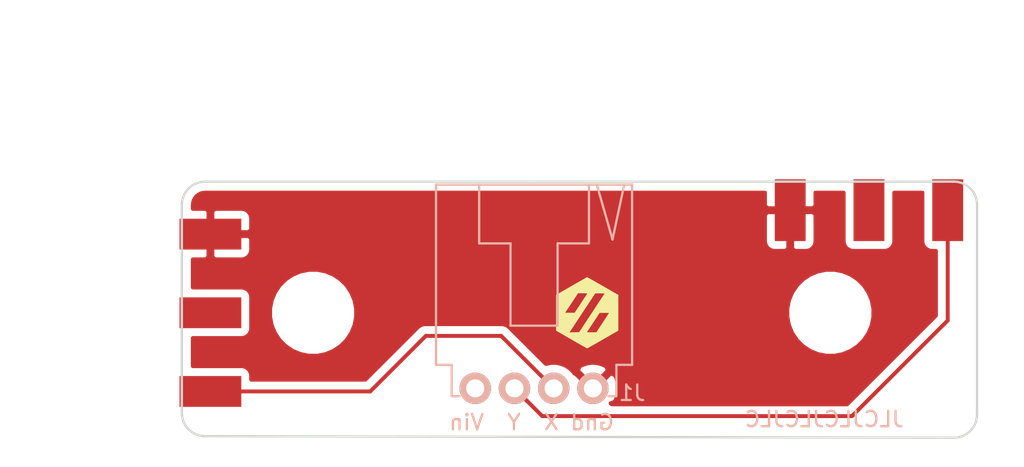
<source format=kicad_pcb>
(kicad_pcb (version 20171130) (host pcbnew "(5.1.6)-1")

  (general
    (thickness 1.6)
    (drawings 10)
    (tracks 10)
    (zones 0)
    (modules 6)
    (nets 5)
  )

  (page A4)
  (title_block
    (title "X-Y Endstop")
    (date 2017-11-09)
    (rev A)
    (comment 3 " CARLOS RUIZ")
    (comment 4 " MAKSIM ZOLIN")
  )

  (layers
    (0 F.Cu signal)
    (31 B.Cu signal)
    (32 B.Adhes user)
    (33 F.Adhes user)
    (34 B.Paste user)
    (35 F.Paste user)
    (36 B.SilkS user)
    (37 F.SilkS user)
    (38 B.Mask user)
    (39 F.Mask user)
    (40 Dwgs.User user)
    (41 Cmts.User user)
    (42 Eco1.User user)
    (43 Eco2.User user)
    (44 Edge.Cuts user)
    (45 Margin user)
    (46 B.CrtYd user)
    (47 F.CrtYd user)
    (48 B.Fab user)
    (49 F.Fab user)
  )

  (setup
    (last_trace_width 0.254)
    (trace_clearance 0.1778)
    (zone_clearance 0.508)
    (zone_45_only no)
    (trace_min 0.2)
    (via_size 0.6)
    (via_drill 0.4)
    (via_min_size 0.4)
    (via_min_drill 0.3)
    (uvia_size 0.3)
    (uvia_drill 0.1)
    (uvias_allowed no)
    (uvia_min_size 0.2)
    (uvia_min_drill 0.1)
    (edge_width 0.15)
    (segment_width 0.2)
    (pcb_text_width 0.3)
    (pcb_text_size 1.5 1.5)
    (mod_edge_width 0.15)
    (mod_text_size 1 1)
    (mod_text_width 0.15)
    (pad_size 3.2 3.2)
    (pad_drill 3.2)
    (pad_to_mask_clearance 0.2)
    (aux_axis_origin 124.87 104.8)
    (grid_origin 142.6 107.9)
    (visible_elements 7FFFFFFF)
    (pcbplotparams
      (layerselection 0x010f0_ffffffff)
      (usegerberextensions false)
      (usegerberattributes false)
      (usegerberadvancedattributes false)
      (creategerberjobfile false)
      (excludeedgelayer true)
      (linewidth 0.100000)
      (plotframeref false)
      (viasonmask false)
      (mode 1)
      (useauxorigin false)
      (hpglpennumber 1)
      (hpglpenspeed 20)
      (hpglpendiameter 15.000000)
      (psnegative false)
      (psa4output false)
      (plotreference true)
      (plotvalue true)
      (plotinvisibletext false)
      (padsonsilk false)
      (subtractmaskfromsilk false)
      (outputformat 1)
      (mirror false)
      (drillshape 0)
      (scaleselection 1)
      (outputdirectory "../Gerbers/"))
  )

  (net 0 "")
  (net 1 GND)
  (net 2 +5V)
  (net 3 Y_SIG)
  (net 4 X_SIG)

  (net_class Default "This is the default net class."
    (clearance 0.1778)
    (trace_width 0.254)
    (via_dia 0.6)
    (via_drill 0.4)
    (uvia_dia 0.3)
    (uvia_drill 0.1)
    (add_net +5V)
    (add_net GND)
    (add_net X_SIG)
    (add_net Y_SIG)
  )

  (net_class power ""
    (clearance 0.2032)
    (trace_width 0.508)
    (via_dia 0.6)
    (via_drill 0.4)
    (uvia_dia 0.3)
    (uvia_drill 0.1)
  )

  (module Microswitch:D2F-L (layer F.Cu) (tedit 5F2D72B8) (tstamp 5F2B8D66)
    (at 119.25 67.9 90)
    (fp_text reference REF** (at 6.8 -5.5 90) (layer F.SilkS) hide
      (effects (font (size 1 1) (thickness 0.15)))
    )
    (fp_text value D2F-L (at 6.3 2.1 90) (layer F.Fab)
      (effects (font (size 1 1) (thickness 0.15)))
    )
    (fp_line (start 12.215123 6.121648) (end 10.615123 6.121648) (layer Dwgs.User) (width 0.1))
    (fp_line (start 8.515122 6.521648) (end 8.315122 6.121647) (layer Dwgs.User) (width 0.1))
    (fp_line (start 6.865124 6.421647) (end 6.865124 8.255277) (layer Dwgs.User) (width 0.1))
    (fp_line (start 11.045123 6.421647) (end 10.875123 6.421647) (layer Dwgs.User) (width 0.1))
    (fp_line (start 5.965123 6.421647) (end 5.965123 8.255278) (layer Dwgs.User) (width 0.1))
    (fp_line (start 0.615125 6.121647) (end 0.515125 6.521648) (layer Dwgs.User) (width 0.1))
    (fp_line (start 12.815123 6.521649) (end 12.315123 6.521649) (layer Dwgs.User) (width 0.1))
    (fp_line (start 5.965123 6.421647) (end 5.765122 6.421647) (layer Dwgs.User) (width 0.1))
    (fp_line (start 12.815123 3.62165) (end 12.815123 6.521649) (layer Dwgs.User) (width 0.1))
    (fp_line (start 0.015124 3.62165) (end 0.015124 6.521649) (layer Dwgs.User) (width 0.1))
    (fp_line (start 12.765123 0.22165) (end 12.765123 3.62165) (layer Dwgs.User) (width 0.1))
    (fp_line (start 7.065123 6.421647) (end 6.865124 6.421647) (layer Dwgs.User) (width 0.1))
    (fp_line (start 11.945123 9.188015) (end 11.945123 9.883085) (layer Dwgs.User) (width 0.1))
    (fp_line (start 0.885124 9.188014) (end 0.885124 9.883085) (layer Dwgs.User) (width 0.1))
    (fp_circle (center 3.165124 5.021649) (end 4.165124 5.021649) (layer Dwgs.User) (width 0.1))
    (fp_line (start 11.045123 6.421647) (end 11.045123 8.255278) (layer Dwgs.User) (width 0.1))
    (fp_line (start 8.315122 6.121648) (end 4.515122 6.121648) (layer Dwgs.User) (width 0.1))
    (fp_line (start 2.215124 6.121648) (end 0.615125 6.121648) (layer Dwgs.User) (width 0.1))
    (fp_line (start 1.785125 9.188015) (end 1.785125 9.883084) (layer Dwgs.User) (width 0.1))
    (fp_line (start 12.215122 6.121647) (end 12.315122 6.521648) (layer Dwgs.User) (width 0.1))
    (fp_line (start 4.315122 6.521649) (end 4.515122 6.121648) (layer Dwgs.User) (width 0.1))
    (fp_line (start 11.045123 9.188014) (end 11.045123 9.883084) (layer Dwgs.User) (width 0.1))
    (fp_line (start 12.565122 0.021649) (end 0.265125 0.021649) (layer Dwgs.User) (width 0.1))
    (fp_line (start 0.515125 6.521649) (end 0.015124 6.521649) (layer Dwgs.User) (width 0.1))
    (fp_line (start 0.885124 6.121648) (end 0.885124 8.255278) (layer Dwgs.User) (width 0.1))
    (fp_line (start 0.137049 -4.978368) (end 0.029182 -4.698428) (layer Dwgs.User) (width 0.1))
    (fp_line (start 5.765122 6.121648) (end 5.765122 6.421647) (layer Dwgs.User) (width 0.1))
    (fp_line (start 4.315121 6.521649) (end 2.415124 6.521649) (layer Dwgs.User) (width 0.1))
    (fp_line (start 10.875123 6.121648) (end 10.875123 6.421647) (layer Dwgs.User) (width 0.1))
    (fp_line (start 11.430586 -0.305246) (end 0.029208 -4.698416) (layer Dwgs.User) (width 0.1))
    (fp_line (start 10.12338 4.021649) (end 9.206867 4.021649) (layer Dwgs.User) (width 0.1))
    (fp_line (start 7.765123 -0.84343) (end 7.765123 0.021649) (layer Dwgs.User) (width 0.1))
    (fp_line (start 11.945123 6.121648) (end 11.945123 8.255277) (layer Dwgs.User) (width 0.1))
    (fp_line (start 1.955125 6.421647) (end 1.785125 6.421647) (layer Dwgs.User) (width 0.1))
    (fp_line (start 1.785125 6.421647) (end 1.785125 8.255277) (layer Dwgs.User) (width 0.1))
    (fp_line (start 6.865124 9.188015) (end 6.865124 9.883085) (layer Dwgs.User) (width 0.1))
    (fp_line (start 5.965123 9.188014) (end 5.965123 9.883084) (layer Dwgs.User) (width 0.1))
    (fp_line (start 10.415123 6.521649) (end 8.515122 6.521649) (layer Dwgs.User) (width 0.1))
    (fp_line (start 1.955125 6.121648) (end 1.955125 6.421647) (layer Dwgs.User) (width 0.1))
    (fp_line (start 2.215124 6.121648) (end 2.415124 6.521648) (layer Dwgs.User) (width 0.1))
    (fp_line (start 10.12338 6.021649) (end 9.206867 6.021649) (layer Dwgs.User) (width 0.1))
    (fp_line (start 0.065124 0.22165) (end 0.065124 3.62165) (layer Dwgs.User) (width 0.1))
    (fp_line (start 7.065123 6.121648) (end 7.065123 6.421647) (layer Dwgs.User) (width 0.1))
    (fp_line (start 8.965123 -0.84343) (end 8.965123 0.021649) (layer Dwgs.User) (width 0.1))
    (fp_line (start 10.415122 6.521649) (end 10.615123 6.121648) (layer Dwgs.User) (width 0.1))
    (fp_line (start 11.5 -0.6) (end 0.137088 -4.978348) (layer Dwgs.User) (width 0.1))
    (fp_arc (start 11.495124 9.221647) (end 11.045123 9.883085) (angle -68.45771) (layer Dwgs.User) (width 0.1))
    (fp_arc (start 9.665124 5.021649) (end 10.12338 6.021648) (angle -130.7602) (layer Dwgs.User) (width 0.1))
    (fp_arc (start 11.361197 -0.010491) (end 11.960336 0.021649) (angle -87.639903) (layer Dwgs.User) (width 0.1))
    (fp_arc (start 8.365124 -0.84343) (end 8.965124 -0.843431) (angle -179.99996) (layer Dwgs.User) (width 0.1))
    (fp_arc (start 1.335124 9.221647) (end 0.885124 9.883086) (angle -68.45774) (layer Dwgs.User) (width 0.1))
    (fp_arc (start 9.665124 5.021649) (end 9.206867 4.02165) (angle -130.760096) (layer Dwgs.User) (width 0.1))
    (fp_arc (start 10.395122 8.721646) (end 11.045123 9.188015) (angle -71.31805) (layer Dwgs.User) (width 0.1))
    (fp_arc (start 6.415124 9.221647) (end 5.965123 9.883085) (angle -68.45771) (layer Dwgs.User) (width 0.1))
    (fp_arc (start 12.595122 8.721646) (end 11.945124 8.255277) (angle -71.318351) (layer Dwgs.User) (width 0.1))
    (fp_arc (start 2.435123 8.721646) (end 1.785125 8.255277) (angle -71.318351) (layer Dwgs.User) (width 0.1))
    (fp_arc (start 5.315122 8.721646) (end 5.965123 9.188015) (angle -71.31805) (layer Dwgs.User) (width 0.1))
    (fp_arc (start 0.265125 0.22165) (end 0.265125 0.02165) (angle -89.999982) (layer Dwgs.User) (width 0.1))
    (fp_arc (start 0.235123 8.721646) (end 0.885124 9.188015) (angle -71.31805) (layer Dwgs.User) (width 0.1))
    (fp_arc (start 7.515122 8.721646) (end 6.865124 8.255277) (angle -71.318351) (layer Dwgs.User) (width 0.1))
    (fp_arc (start 11.361197 -0.010491) (end 11.65947 0.021649) (angle -90.719443) (layer Dwgs.User) (width 0.1))
    (fp_arc (start 12.565122 0.22165) (end 12.765122 0.22165) (angle -89.999978) (layer Dwgs.User) (width 0.1))
    (pad 3 connect rect (at 11.5 8.6 90) (size 2 4) (layers F.Cu F.Mask)
      (net 1 GND))
    (pad 2 connect rect (at 6.4 8.6 90) (size 2 4) (layers F.Cu F.Mask))
    (pad 1 connect rect (at 1.3 8.6 90) (size 2 4) (layers F.Cu F.Mask)
      (net 4 X_SIG))
    (model ${KIPRJMOD}/Microswitch.pretty/3D_Files/D2F-L.wrl
      (offset (xyz 1.35 -6.75 0.15))
      (scale (xyz 1 1 1))
      (rotate (xyz 90 180 0))
    )
    (model ${KIPRJMOD}/Microswitch.pretty/3D_Files/D2F_L.step
      (offset (xyz -3.13 -5.25 0.15))
      (scale (xyz 1 1 1))
      (rotate (xyz 0 0 0))
    )
  )

  (module Microswitch:D2F-L (layer F.Cu) (tedit 5F2D72B8) (tstamp 5F2B8B31)
    (at 164.1 46.25)
    (fp_text reference REF** (at 6.8 -5.5) (layer F.SilkS) hide
      (effects (font (size 1 1) (thickness 0.15)))
    )
    (fp_text value D2F-L (at 6.3 2.1) (layer F.Fab)
      (effects (font (size 1 1) (thickness 0.15)))
    )
    (fp_line (start 12.215123 6.121648) (end 10.615123 6.121648) (layer Dwgs.User) (width 0.1))
    (fp_line (start 8.515122 6.521648) (end 8.315122 6.121647) (layer Dwgs.User) (width 0.1))
    (fp_line (start 6.865124 6.421647) (end 6.865124 8.255277) (layer Dwgs.User) (width 0.1))
    (fp_line (start 11.045123 6.421647) (end 10.875123 6.421647) (layer Dwgs.User) (width 0.1))
    (fp_line (start 5.965123 6.421647) (end 5.965123 8.255278) (layer Dwgs.User) (width 0.1))
    (fp_line (start 0.615125 6.121647) (end 0.515125 6.521648) (layer Dwgs.User) (width 0.1))
    (fp_line (start 12.815123 6.521649) (end 12.315123 6.521649) (layer Dwgs.User) (width 0.1))
    (fp_line (start 5.965123 6.421647) (end 5.765122 6.421647) (layer Dwgs.User) (width 0.1))
    (fp_line (start 12.815123 3.62165) (end 12.815123 6.521649) (layer Dwgs.User) (width 0.1))
    (fp_line (start 0.015124 3.62165) (end 0.015124 6.521649) (layer Dwgs.User) (width 0.1))
    (fp_line (start 12.765123 0.22165) (end 12.765123 3.62165) (layer Dwgs.User) (width 0.1))
    (fp_line (start 7.065123 6.421647) (end 6.865124 6.421647) (layer Dwgs.User) (width 0.1))
    (fp_line (start 11.945123 9.188015) (end 11.945123 9.883085) (layer Dwgs.User) (width 0.1))
    (fp_line (start 0.885124 9.188014) (end 0.885124 9.883085) (layer Dwgs.User) (width 0.1))
    (fp_circle (center 3.165124 5.021649) (end 4.165124 5.021649) (layer Dwgs.User) (width 0.1))
    (fp_line (start 11.045123 6.421647) (end 11.045123 8.255278) (layer Dwgs.User) (width 0.1))
    (fp_line (start 8.315122 6.121648) (end 4.515122 6.121648) (layer Dwgs.User) (width 0.1))
    (fp_line (start 2.215124 6.121648) (end 0.615125 6.121648) (layer Dwgs.User) (width 0.1))
    (fp_line (start 1.785125 9.188015) (end 1.785125 9.883084) (layer Dwgs.User) (width 0.1))
    (fp_line (start 12.215122 6.121647) (end 12.315122 6.521648) (layer Dwgs.User) (width 0.1))
    (fp_line (start 4.315122 6.521649) (end 4.515122 6.121648) (layer Dwgs.User) (width 0.1))
    (fp_line (start 11.045123 9.188014) (end 11.045123 9.883084) (layer Dwgs.User) (width 0.1))
    (fp_line (start 12.565122 0.021649) (end 0.265125 0.021649) (layer Dwgs.User) (width 0.1))
    (fp_line (start 0.515125 6.521649) (end 0.015124 6.521649) (layer Dwgs.User) (width 0.1))
    (fp_line (start 0.885124 6.121648) (end 0.885124 8.255278) (layer Dwgs.User) (width 0.1))
    (fp_line (start 0.137049 -4.978368) (end 0.029182 -4.698428) (layer Dwgs.User) (width 0.1))
    (fp_line (start 5.765122 6.121648) (end 5.765122 6.421647) (layer Dwgs.User) (width 0.1))
    (fp_line (start 4.315121 6.521649) (end 2.415124 6.521649) (layer Dwgs.User) (width 0.1))
    (fp_line (start 10.875123 6.121648) (end 10.875123 6.421647) (layer Dwgs.User) (width 0.1))
    (fp_line (start 11.430586 -0.305246) (end 0.029208 -4.698416) (layer Dwgs.User) (width 0.1))
    (fp_line (start 10.12338 4.021649) (end 9.206867 4.021649) (layer Dwgs.User) (width 0.1))
    (fp_line (start 7.765123 -0.84343) (end 7.765123 0.021649) (layer Dwgs.User) (width 0.1))
    (fp_line (start 11.945123 6.121648) (end 11.945123 8.255277) (layer Dwgs.User) (width 0.1))
    (fp_line (start 1.955125 6.421647) (end 1.785125 6.421647) (layer Dwgs.User) (width 0.1))
    (fp_line (start 1.785125 6.421647) (end 1.785125 8.255277) (layer Dwgs.User) (width 0.1))
    (fp_line (start 6.865124 9.188015) (end 6.865124 9.883085) (layer Dwgs.User) (width 0.1))
    (fp_line (start 5.965123 9.188014) (end 5.965123 9.883084) (layer Dwgs.User) (width 0.1))
    (fp_line (start 10.415123 6.521649) (end 8.515122 6.521649) (layer Dwgs.User) (width 0.1))
    (fp_line (start 1.955125 6.121648) (end 1.955125 6.421647) (layer Dwgs.User) (width 0.1))
    (fp_line (start 2.215124 6.121648) (end 2.415124 6.521648) (layer Dwgs.User) (width 0.1))
    (fp_line (start 10.12338 6.021649) (end 9.206867 6.021649) (layer Dwgs.User) (width 0.1))
    (fp_line (start 0.065124 0.22165) (end 0.065124 3.62165) (layer Dwgs.User) (width 0.1))
    (fp_line (start 7.065123 6.121648) (end 7.065123 6.421647) (layer Dwgs.User) (width 0.1))
    (fp_line (start 8.965123 -0.84343) (end 8.965123 0.021649) (layer Dwgs.User) (width 0.1))
    (fp_line (start 10.415122 6.521649) (end 10.615123 6.121648) (layer Dwgs.User) (width 0.1))
    (fp_line (start 11.5 -0.6) (end 0.137088 -4.978348) (layer Dwgs.User) (width 0.1))
    (fp_arc (start 11.495124 9.221647) (end 11.045123 9.883085) (angle -68.45771) (layer Dwgs.User) (width 0.1))
    (fp_arc (start 9.665124 5.021649) (end 10.12338 6.021648) (angle -130.7602) (layer Dwgs.User) (width 0.1))
    (fp_arc (start 11.361197 -0.010491) (end 11.960336 0.021649) (angle -87.639903) (layer Dwgs.User) (width 0.1))
    (fp_arc (start 8.365124 -0.84343) (end 8.965124 -0.843431) (angle -179.99996) (layer Dwgs.User) (width 0.1))
    (fp_arc (start 1.335124 9.221647) (end 0.885124 9.883086) (angle -68.45774) (layer Dwgs.User) (width 0.1))
    (fp_arc (start 9.665124 5.021649) (end 9.206867 4.02165) (angle -130.760096) (layer Dwgs.User) (width 0.1))
    (fp_arc (start 10.395122 8.721646) (end 11.045123 9.188015) (angle -71.31805) (layer Dwgs.User) (width 0.1))
    (fp_arc (start 6.415124 9.221647) (end 5.965123 9.883085) (angle -68.45771) (layer Dwgs.User) (width 0.1))
    (fp_arc (start 12.595122 8.721646) (end 11.945124 8.255277) (angle -71.318351) (layer Dwgs.User) (width 0.1))
    (fp_arc (start 2.435123 8.721646) (end 1.785125 8.255277) (angle -71.318351) (layer Dwgs.User) (width 0.1))
    (fp_arc (start 5.315122 8.721646) (end 5.965123 9.188015) (angle -71.31805) (layer Dwgs.User) (width 0.1))
    (fp_arc (start 0.265125 0.22165) (end 0.265125 0.02165) (angle -89.999982) (layer Dwgs.User) (width 0.1))
    (fp_arc (start 0.235123 8.721646) (end 0.885124 9.188015) (angle -71.31805) (layer Dwgs.User) (width 0.1))
    (fp_arc (start 7.515122 8.721646) (end 6.865124 8.255277) (angle -71.318351) (layer Dwgs.User) (width 0.1))
    (fp_arc (start 11.361197 -0.010491) (end 11.65947 0.021649) (angle -90.719443) (layer Dwgs.User) (width 0.1))
    (fp_arc (start 12.565122 0.22165) (end 12.765122 0.22165) (angle -89.999978) (layer Dwgs.User) (width 0.1))
    (pad 3 connect rect (at 11.5 8.6) (size 2 4) (layers F.Cu F.Mask)
      (net 3 Y_SIG))
    (pad 2 connect rect (at 6.4 8.6) (size 2 4) (layers F.Cu F.Mask))
    (pad 1 connect rect (at 1.3 8.6) (size 2 4) (layers F.Cu F.Mask)
      (net 1 GND))
    (model ${KIPRJMOD}/Microswitch.pretty/3D_Files/D2F-L.wrl
      (offset (xyz 1.35 -6.75 0.15))
      (scale (xyz 1 1 1))
      (rotate (xyz 90 180 0))
    )
    (model ${KIPRJMOD}/Microswitch.pretty/3D_Files/D2F_L.step
      (offset (xyz -3.13 -5.25 0.15))
      (scale (xyz 1 1 1))
      (rotate (xyz 0 0 0))
    )
  )

  (module MountingHole:MountingHole_4.3mm_M4_DIN965 (layer F.Cu) (tedit 56D1B4CB) (tstamp 5F2C47AA)
    (at 168 61.5)
    (descr "Mounting Hole 4.3mm, no annular, M4, DIN965")
    (tags "mounting hole 4.3mm no annular m4 din965")
    (attr virtual)
    (fp_text reference REF** (at 0 -4.75) (layer F.SilkS) hide
      (effects (font (size 1 1) (thickness 0.15)))
    )
    (fp_text value MountingHole_4.3mm_M4_DIN965 (at 0 4.75) (layer F.Fab)
      (effects (font (size 1 1) (thickness 0.15)))
    )
    (fp_circle (center 0 0) (end 4 0) (layer F.CrtYd) (width 0.05))
    (fp_circle (center 0 0) (end 3.75 0) (layer Cmts.User) (width 0.15))
    (fp_text user %R (at 0.3 0) (layer F.Fab)
      (effects (font (size 1 1) (thickness 0.15)))
    )
    (pad 1 np_thru_hole circle (at 0 0) (size 4.3 4.3) (drill 4.3) (layers *.Cu *.Mask))
  )

  (module MountingHole:MountingHole_4.3mm_M4_DIN965 (layer F.Cu) (tedit 56D1B4CB) (tstamp 5F2C478D)
    (at 134.5 61.5)
    (descr "Mounting Hole 4.3mm, no annular, M4, DIN965")
    (tags "mounting hole 4.3mm no annular m4 din965")
    (attr virtual)
    (fp_text reference REF** (at 0 -4.75) (layer F.SilkS) hide
      (effects (font (size 1 1) (thickness 0.15)))
    )
    (fp_text value MountingHole_4.3mm_M4_DIN965 (at 0 4.75) (layer F.Fab)
      (effects (font (size 1 1) (thickness 0.15)))
    )
    (fp_circle (center 0 0) (end 4 0) (layer F.CrtYd) (width 0.05))
    (fp_circle (center 0 0) (end 3.75 0) (layer Cmts.User) (width 0.15))
    (fp_text user %R (at 0.3 0) (layer F.Fab)
      (effects (font (size 1 1) (thickness 0.15)))
    )
    (pad 1 np_thru_hole circle (at 0 0) (size 4.3 4.3) (drill 4.3) (layers *.Cu *.Mask))
  )

  (module Microswitch:VoronLogo (layer F.Cu) (tedit 0) (tstamp 5F2C28AF)
    (at 152.25 61.5)
    (fp_text reference G*** (at 0 0) (layer F.SilkS) hide
      (effects (font (size 1.524 1.524) (thickness 0.3)))
    )
    (fp_text value LOGO (at 0.75 0) (layer F.SilkS) hide
      (effects (font (size 1.524 1.524) (thickness 0.3)))
    )
    (fp_poly (pts (xy 0.01868 -2.295305) (xy 0.066055 -2.269814) (xy 0.139419 -2.2292) (xy 0.236067 -2.174993)
      (xy 0.353293 -2.108723) (xy 0.488393 -2.031922) (xy 0.63866 -1.94612) (xy 0.801389 -1.852848)
      (xy 0.973876 -1.753635) (xy 1.016535 -1.729046) (xy 2.013857 -1.15395) (xy 2.013857 1.154299)
      (xy 1.016519 1.729221) (xy 0.84197 1.82962) (xy 0.676419 1.924416) (xy 0.522584 2.01208)
      (xy 0.383183 2.091084) (xy 0.260935 2.159899) (xy 0.158559 2.216995) (xy 0.078774 2.260844)
      (xy 0.024297 2.289917) (xy -0.002151 2.302685) (xy -0.004017 2.303153) (xy -0.023404 2.294123)
      (xy -0.071449 2.268414) (xy -0.145428 2.227567) (xy -0.242619 2.17312) (xy -0.360299 2.106614)
      (xy -0.495744 2.02959) (xy -0.646233 1.943586) (xy -0.809041 1.850144) (xy -0.981447 1.750803)
      (xy -1.020535 1.728228) (xy -1.812081 1.270877) (xy -1.147748 1.270877) (xy -0.518892 1.260929)
      (xy -0.514725 1.254599) (xy -0.015119 1.254599) (xy -0.000015 1.259648) (xy 0.045629 1.264002)
      (xy 0.11607 1.267367) (xy 0.205565 1.269452) (xy 0.286608 1.27) (xy 0.594383 1.27)
      (xy 1.004763 0.64716) (xy 1.093218 0.512624) (xy 1.175129 0.387489) (xy 1.248402 0.274994)
      (xy 1.310945 0.178378) (xy 1.360662 0.100882) (xy 1.39546 0.045746) (xy 1.413246 0.016208)
      (xy 1.415143 0.01216) (xy 1.39799 0.008152) (xy 1.350488 0.004723) (xy 1.27857 0.002106)
      (xy 1.188172 0.000536) (xy 1.11125 0.000186) (xy 0.807357 0.000372) (xy 0.399143 0.619785)
      (xy 0.310701 0.754131) (xy 0.228558 0.879195) (xy 0.15485 0.991701) (xy 0.091714 1.088375)
      (xy 0.041286 1.165943) (xy 0.005704 1.22113) (xy -0.012896 1.250661) (xy -0.015119 1.254599)
      (xy -0.514725 1.254599) (xy 0.31134 0) (xy 1.141572 -1.260928) (xy 0.839496 -1.265918)
      (xy 0.718488 -1.267137) (xy 0.629597 -1.266065) (xy 0.568712 -1.262474) (xy 0.531721 -1.256132)
      (xy 0.515359 -1.247775) (xy 0.502142 -1.229306) (xy 0.470564 -1.182836) (xy 0.422173 -1.110701)
      (xy 0.358519 -1.015238) (xy 0.281149 -0.89878) (xy 0.191614 -0.763665) (xy 0.091461 -0.612226)
      (xy -0.017761 -0.4468) (xy -0.134503 -0.269721) (xy -0.257215 -0.083326) (xy -0.300089 -0.018143)
      (xy -0.424714 0.171373) (xy -0.543997 0.352765) (xy -0.656372 0.523653) (xy -0.760275 0.681657)
      (xy -0.854142 0.824399) (xy -0.936406 0.949498) (xy -1.005504 1.054573) (xy -1.05987 1.137247)
      (xy -1.097939 1.195138) (xy -1.118147 1.225868) (xy -1.120613 1.229617) (xy -1.147748 1.270877)
      (xy -1.812081 1.270877) (xy -2.013857 1.154292) (xy -2.013857 0) (xy -1.431705 0)
      (xy -1.119531 -0.000186) (xy -0.807357 -0.000371) (xy -0.399143 -0.619784) (xy -0.310701 -0.754131)
      (xy -0.228558 -0.879194) (xy -0.15485 -0.9917) (xy -0.091713 -1.088374) (xy -0.041286 -1.165942)
      (xy -0.005704 -1.221129) (xy 0.012896 -1.250661) (xy 0.015119 -1.254599) (xy 0.000016 -1.259648)
      (xy -0.045626 -1.264003) (xy -0.116063 -1.267369) (xy -0.20555 -1.269453) (xy -0.286476 -1.27)
      (xy -0.594118 -1.27) (xy -1.012912 -0.635) (xy -1.431705 0) (xy -2.013857 0)
      (xy -2.013857 -1.15395) (xy -1.016535 -1.729046) (xy -0.842105 -1.82946) (xy -0.67678 -1.924301)
      (xy -0.523267 -2.012041) (xy -0.384271 -2.091147) (xy -0.262496 -2.160091) (xy -0.160649 -2.21734)
      (xy -0.081435 -2.261365) (xy -0.02756 -2.290635) (xy -0.001728 -2.30362) (xy 0 -2.304143)
      (xy 0.01868 -2.295305)) (layer F.SilkS) (width 0.01))
  )

  (module Microswitch:1X4_CONN_L_RA (layer B.Cu) (tedit 5F2ADD70) (tstamp 5F2B751D)
    (at 148.81 66.4 90)
    (path /5A00B701)
    (fp_text reference J1 (at -0.3 6.35 180) (layer B.SilkS)
      (effects (font (size 1 1) (thickness 0.15)) (justify mirror))
    )
    (fp_text value CONN_01X04 (at 6.858 7.62 90) (layer B.Fab)
      (effects (font (size 1 1) (thickness 0.15)) (justify mirror))
    )
    (fp_line (start -0.508 -5.08) (end -0.508 -4.826) (layer B.SilkS) (width 0.15))
    (fp_line (start -0.508 -5.334) (end 1.524 -5.334) (layer B.SilkS) (width 0.15))
    (fp_line (start -0.508 5.334) (end 1.524 5.334) (layer B.SilkS) (width 0.15))
    (fp_line (start -0.508 5.334) (end -0.508 4.826) (layer B.SilkS) (width 0.15))
    (fp_line (start -0.508 -5.08) (end -0.508 -5.334) (layer B.SilkS) (width 0.15))
    (fp_line (start 1.524 -6.35) (end 13.208 -6.35) (layer B.SilkS) (width 0.15))
    (fp_line (start 1.524 6.35) (end 13.208 6.35) (layer B.SilkS) (width 0.15))
    (fp_line (start 1.524 5.334) (end 1.524 6.35) (layer B.SilkS) (width 0.15))
    (fp_line (start 1.524 -5.334) (end 1.524 -6.35) (layer B.SilkS) (width 0.15))
    (fp_line (start 9.398 -1.524) (end 9.398 -3.556) (layer B.SilkS) (width 0.15))
    (fp_line (start 9.398 3.556) (end 9.398 1.524) (layer B.SilkS) (width 0.15))
    (fp_line (start 4.064 1.524) (end 4.064 -1.524) (layer B.SilkS) (width 0.15))
    (fp_line (start 9.398 -1.524) (end 4.064 -1.524) (layer B.SilkS) (width 0.15))
    (fp_line (start 9.398 1.524) (end 4.064 1.524) (layer B.SilkS) (width 0.15))
    (fp_line (start 9.652 5.08) (end 13.208 5.842) (layer B.SilkS) (width 0.15))
    (fp_line (start 9.652 5.08) (end 13.208 4.064) (layer B.SilkS) (width 0.15))
    (fp_line (start 9.398 -3.556) (end 13.208 -3.556) (layer B.SilkS) (width 0.15))
    (fp_line (start 9.398 3.556) (end 13.208 3.556) (layer B.SilkS) (width 0.15))
    (fp_line (start 13.208 0) (end 13.208 -6.35) (layer B.SilkS) (width 0.15))
    (fp_line (start 13.208 6.096) (end 13.208 6.35) (layer B.SilkS) (width 0.15))
    (fp_line (start 13.208 0) (end 13.208 6.096) (layer B.SilkS) (width 0.15))
    (pad 4 thru_hole circle (at 0 -3.81 90) (size 2.032 2.032) (drill 1.1684) (layers *.Cu *.Mask B.SilkS)
      (net 2 +5V))
    (pad 3 thru_hole circle (at 0 -1.27 90) (size 2.032 2.032) (drill 1.1684) (layers *.Cu *.Mask B.SilkS)
      (net 3 Y_SIG))
    (pad 2 thru_hole circle (at 0 1.27 90) (size 2.032 2.032) (drill 1.1684) (layers *.Cu *.Mask B.SilkS)
      (net 4 X_SIG))
    (pad 1 thru_hole circle (at 0 3.81 90) (size 2.032 2.032) (drill 1.1684) (layers *.Cu *.Mask B.SilkS)
      (net 1 GND))
    (model ${KIPRJMOD}/Microswitch.pretty/3D_Files/1X4_CONN_L_RA.step
      (at (xyz 0 0 0))
      (scale (xyz 1 1 1))
      (rotate (xyz 0 0 0))
    )
    (model ${KIPRJMOD}/Microswitch.pretty/3D_Files/1X4_CONN_L_RA.wrl
      (at (xyz 0 0 0))
      (scale (xyz 1 1 1))
      (rotate (xyz 0 0 0))
    )
  )

  (gr_text "Gnd X  Y  Vin" (at 148.65 68.6) (layer B.SilkS)
    (effects (font (size 1 1) (thickness 0.15)) (justify mirror))
  )
  (gr_text JLCJLCJLCJLC (at 167.6 68.4) (layer B.SilkS)
    (effects (font (size 1 1) (thickness 0.15)) (justify mirror))
  )
  (gr_arc (start 176 54.5) (end 177.5 54.5) (angle -90) (layer Edge.Cuts) (width 0.15))
  (gr_arc (start 127.5 54.5) (end 127.5 53) (angle -90) (layer Edge.Cuts) (width 0.15))
  (gr_arc (start 127.5 68) (end 126 68) (angle -90) (layer Edge.Cuts) (width 0.15))
  (gr_arc (start 176 68.1) (end 176 69.6) (angle -90) (layer Edge.Cuts) (width 0.15))
  (gr_line (start 176 69.6) (end 127.5 69.5) (layer Edge.Cuts) (width 0.15))
  (gr_line (start 177.5 54.5) (end 177.5 68.1) (layer Edge.Cuts) (width 0.15))
  (gr_line (start 127.5 53) (end 176 53) (layer Edge.Cuts) (width 0.15) (tstamp 5F2B733A))
  (gr_line (start 126 68) (end 126 54.5) (layer Edge.Cuts) (width 0.15))

  (segment (start 165.4 54.85) (end 165.4 56.5) (width 0.254) (layer F.Cu) (net 1))
  (segment (start 148.4 67.26) (end 147.54 66.4) (width 0.254) (layer F.Cu) (net 3))
  (segment (start 175.6 62) (end 175.6 54.85) (width 0.254) (layer F.Cu) (net 3))
  (segment (start 169.4 68.2) (end 175.6 62) (width 0.254) (layer F.Cu) (net 3))
  (segment (start 147.54 66.4) (end 149.34 68.2) (width 0.254) (layer F.Cu) (net 3))
  (segment (start 149.34 68.2) (end 169.4 68.2) (width 0.254) (layer F.Cu) (net 3))
  (segment (start 146.68 63) (end 150.08 66.4) (width 0.254) (layer F.Cu) (net 4))
  (segment (start 141.8 63) (end 146.68 63) (width 0.254) (layer F.Cu) (net 4))
  (segment (start 126.65 66.6) (end 138.2 66.6) (width 0.254) (layer F.Cu) (net 4))
  (segment (start 138.2 66.6) (end 141.8 63) (width 0.254) (layer F.Cu) (net 4))

  (zone (net 1) (net_name GND) (layer F.Cu) (tstamp 0) (hatch edge 0.508)
    (connect_pads (clearance 0.508))
    (min_thickness 0.254)
    (fill yes (arc_segments 32) (thermal_gap 0.508) (thermal_bridge_width 0.508))
    (polygon
      (pts
        (xy 180 71.1) (xy 123.7 71.5) (xy 124.5 51.5) (xy 124.5 51.9) (xy 179.4 51.5)
      )
    )
    (filled_polygon
      (pts
        (xy 163.765 54.56425) (xy 163.92375 54.723) (xy 165.273 54.723) (xy 165.273 53.71) (xy 165.527 53.71)
        (xy 165.527 54.723) (xy 166.87625 54.723) (xy 167.035 54.56425) (xy 167.036531 53.71) (xy 168.861928 53.71)
        (xy 168.861928 56.85) (xy 168.874188 56.974482) (xy 168.910498 57.09418) (xy 168.969463 57.204494) (xy 169.048815 57.301185)
        (xy 169.145506 57.380537) (xy 169.25582 57.439502) (xy 169.375518 57.475812) (xy 169.5 57.488072) (xy 171.5 57.488072)
        (xy 171.624482 57.475812) (xy 171.74418 57.439502) (xy 171.854494 57.380537) (xy 171.951185 57.301185) (xy 172.030537 57.204494)
        (xy 172.089502 57.09418) (xy 172.125812 56.974482) (xy 172.138072 56.85) (xy 172.138072 53.71) (xy 173.961928 53.71)
        (xy 173.961928 56.85) (xy 173.974188 56.974482) (xy 174.010498 57.09418) (xy 174.069463 57.204494) (xy 174.148815 57.301185)
        (xy 174.245506 57.380537) (xy 174.35582 57.439502) (xy 174.475518 57.475812) (xy 174.6 57.488072) (xy 174.838001 57.488072)
        (xy 174.838 61.684369) (xy 169.08437 67.438) (xy 153.837607 67.438) (xy 153.766825 67.367217) (xy 154.03286 67.269522)
        (xy 154.175348 66.977179) (xy 154.258064 66.662656) (xy 154.277831 66.338038) (xy 154.233888 66.015802) (xy 154.127924 65.70833)
        (xy 154.03286 65.530478) (xy 153.766823 65.432782) (xy 152.799605 66.4) (xy 152.813748 66.414143) (xy 152.634143 66.593748)
        (xy 152.62 66.579605) (xy 152.605858 66.593748) (xy 152.426253 66.414143) (xy 152.440395 66.4) (xy 151.473177 65.432782)
        (xy 151.429968 65.448649) (xy 151.362415 65.347549) (xy 151.268043 65.253177) (xy 151.652782 65.253177) (xy 152.62 66.220395)
        (xy 153.587218 65.253177) (xy 153.489522 64.98714) (xy 153.197179 64.844652) (xy 152.882656 64.761936) (xy 152.558038 64.742169)
        (xy 152.235802 64.786112) (xy 151.92833 64.892076) (xy 151.750478 64.98714) (xy 151.652782 65.253177) (xy 151.268043 65.253177)
        (xy 151.132451 65.117585) (xy 150.862042 64.936903) (xy 150.561579 64.812447) (xy 150.242609 64.749) (xy 149.917391 64.749)
        (xy 149.598421 64.812447) (xy 149.578379 64.820749) (xy 147.245284 62.487654) (xy 147.221422 62.458578) (xy 147.105392 62.363355)
        (xy 146.973015 62.292598) (xy 146.829378 62.249026) (xy 146.717426 62.238) (xy 146.717423 62.238) (xy 146.68 62.234314)
        (xy 146.642577 62.238) (xy 141.837423 62.238) (xy 141.8 62.234314) (xy 141.762577 62.238) (xy 141.762574 62.238)
        (xy 141.650622 62.249026) (xy 141.506985 62.292598) (xy 141.470024 62.312354) (xy 141.374607 62.363355) (xy 141.299017 62.425391)
        (xy 141.258578 62.458578) (xy 141.234721 62.487648) (xy 137.88437 65.838) (xy 130.488072 65.838) (xy 130.488072 65.6)
        (xy 130.475812 65.475518) (xy 130.439502 65.35582) (xy 130.380537 65.245506) (xy 130.301185 65.148815) (xy 130.204494 65.069463)
        (xy 130.09418 65.010498) (xy 129.974482 64.974188) (xy 129.85 64.961928) (xy 126.71 64.961928) (xy 126.71 63.138072)
        (xy 129.85 63.138072) (xy 129.974482 63.125812) (xy 130.09418 63.089502) (xy 130.204494 63.030537) (xy 130.301185 62.951185)
        (xy 130.380537 62.854494) (xy 130.439502 62.74418) (xy 130.475812 62.624482) (xy 130.488072 62.5) (xy 130.488072 61.225701)
        (xy 131.715 61.225701) (xy 131.715 61.774299) (xy 131.822026 62.312354) (xy 132.031965 62.819192) (xy 132.33675 63.275334)
        (xy 132.724666 63.66325) (xy 133.180808 63.968035) (xy 133.687646 64.177974) (xy 134.225701 64.285) (xy 134.774299 64.285)
        (xy 135.312354 64.177974) (xy 135.819192 63.968035) (xy 136.275334 63.66325) (xy 136.66325 63.275334) (xy 136.968035 62.819192)
        (xy 137.177974 62.312354) (xy 137.285 61.774299) (xy 137.285 61.225701) (xy 165.215 61.225701) (xy 165.215 61.774299)
        (xy 165.322026 62.312354) (xy 165.531965 62.819192) (xy 165.83675 63.275334) (xy 166.224666 63.66325) (xy 166.680808 63.968035)
        (xy 167.187646 64.177974) (xy 167.725701 64.285) (xy 168.274299 64.285) (xy 168.812354 64.177974) (xy 169.319192 63.968035)
        (xy 169.775334 63.66325) (xy 170.16325 63.275334) (xy 170.468035 62.819192) (xy 170.677974 62.312354) (xy 170.785 61.774299)
        (xy 170.785 61.225701) (xy 170.677974 60.687646) (xy 170.468035 60.180808) (xy 170.16325 59.724666) (xy 169.775334 59.33675)
        (xy 169.319192 59.031965) (xy 168.812354 58.822026) (xy 168.274299 58.715) (xy 167.725701 58.715) (xy 167.187646 58.822026)
        (xy 166.680808 59.031965) (xy 166.224666 59.33675) (xy 165.83675 59.724666) (xy 165.531965 60.180808) (xy 165.322026 60.687646)
        (xy 165.215 61.225701) (xy 137.285 61.225701) (xy 137.177974 60.687646) (xy 136.968035 60.180808) (xy 136.66325 59.724666)
        (xy 136.275334 59.33675) (xy 135.819192 59.031965) (xy 135.312354 58.822026) (xy 134.774299 58.715) (xy 134.225701 58.715)
        (xy 133.687646 58.822026) (xy 133.180808 59.031965) (xy 132.724666 59.33675) (xy 132.33675 59.724666) (xy 132.031965 60.180808)
        (xy 131.822026 60.687646) (xy 131.715 61.225701) (xy 130.488072 61.225701) (xy 130.488072 60.5) (xy 130.475812 60.375518)
        (xy 130.439502 60.25582) (xy 130.380537 60.145506) (xy 130.301185 60.048815) (xy 130.204494 59.969463) (xy 130.09418 59.910498)
        (xy 129.974482 59.874188) (xy 129.85 59.861928) (xy 126.71 59.861928) (xy 126.71 58.036531) (xy 127.56425 58.035)
        (xy 127.723 57.87625) (xy 127.723 56.527) (xy 127.977 56.527) (xy 127.977 57.87625) (xy 128.13575 58.035)
        (xy 129.85 58.038072) (xy 129.974482 58.025812) (xy 130.09418 57.989502) (xy 130.204494 57.930537) (xy 130.301185 57.851185)
        (xy 130.380537 57.754494) (xy 130.439502 57.64418) (xy 130.475812 57.524482) (xy 130.488072 57.4) (xy 130.485707 56.85)
        (xy 163.761928 56.85) (xy 163.774188 56.974482) (xy 163.810498 57.09418) (xy 163.869463 57.204494) (xy 163.948815 57.301185)
        (xy 164.045506 57.380537) (xy 164.15582 57.439502) (xy 164.275518 57.475812) (xy 164.4 57.488072) (xy 165.11425 57.485)
        (xy 165.273 57.32625) (xy 165.273 54.977) (xy 165.527 54.977) (xy 165.527 57.32625) (xy 165.68575 57.485)
        (xy 166.4 57.488072) (xy 166.524482 57.475812) (xy 166.64418 57.439502) (xy 166.754494 57.380537) (xy 166.851185 57.301185)
        (xy 166.930537 57.204494) (xy 166.989502 57.09418) (xy 167.025812 56.974482) (xy 167.038072 56.85) (xy 167.035 55.13575)
        (xy 166.87625 54.977) (xy 165.527 54.977) (xy 165.273 54.977) (xy 163.92375 54.977) (xy 163.765 55.13575)
        (xy 163.761928 56.85) (xy 130.485707 56.85) (xy 130.485 56.68575) (xy 130.32625 56.527) (xy 127.977 56.527)
        (xy 127.723 56.527) (xy 126.71 56.527) (xy 126.71 56.273) (xy 127.723 56.273) (xy 127.723 54.92375)
        (xy 127.977 54.92375) (xy 127.977 56.273) (xy 130.32625 56.273) (xy 130.485 56.11425) (xy 130.488072 55.4)
        (xy 130.475812 55.275518) (xy 130.439502 55.15582) (xy 130.380537 55.045506) (xy 130.301185 54.948815) (xy 130.204494 54.869463)
        (xy 130.09418 54.810498) (xy 129.974482 54.774188) (xy 129.85 54.761928) (xy 128.13575 54.765) (xy 127.977 54.92375)
        (xy 127.723 54.92375) (xy 127.56425 54.765) (xy 126.71 54.763469) (xy 126.71 54.534729) (xy 126.728386 54.347215)
        (xy 126.772757 54.200252) (xy 126.844829 54.064703) (xy 126.941852 53.945742) (xy 127.060144 53.847882) (xy 127.195181 53.774868)
        (xy 127.341833 53.729471) (xy 127.527092 53.71) (xy 163.763469 53.71)
      )
    )
  )
)

</source>
